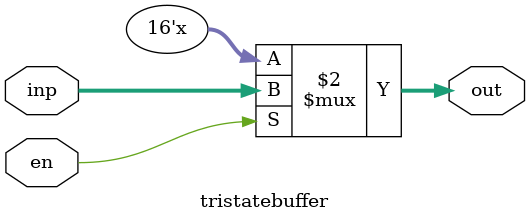
<source format=v>
module tristatebuffer(inp, en, out);

input [15:0] inp;
input en;

output reg [15:0] out;

//assign out = en?inp:16'bx;
always @(inp, en) begin
		 out = en?inp:16'bx;
end

endmodule

</source>
